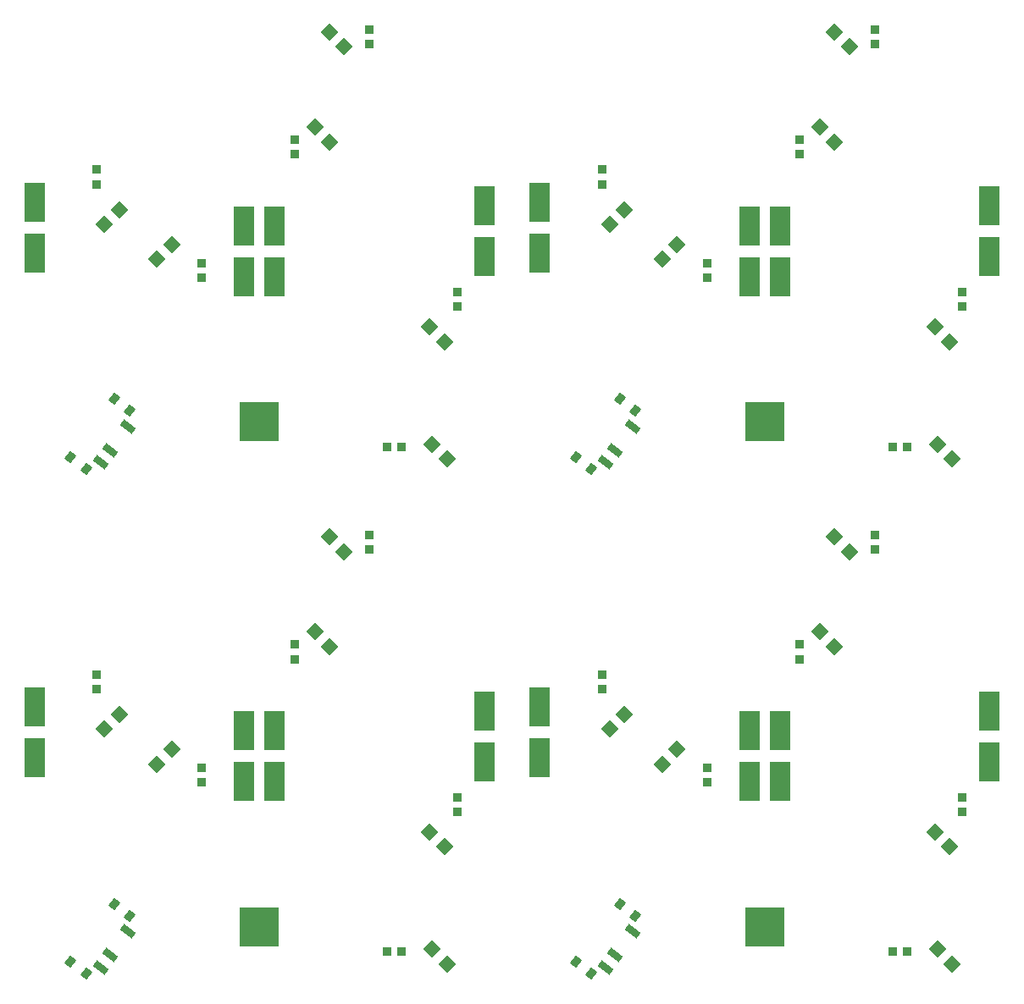
<source format=gtp>
%FSTAX23Y23*%
%MOIN*%
%SFA1B1*%

%IPPOS*%
%AMD11*
4,1,4,0.015300,-0.028700,0.031800,-0.006800,-0.015300,0.028700,-0.031800,0.006800,0.015300,-0.028700,0.0*
%
%AMD12*
4,1,4,0.000700,-0.025100,0.024300,0.006200,-0.000700,0.025100,-0.024300,-0.006200,0.000700,-0.025100,0.0*
%
%AMD15*
4,1,4,0.000000,0.033400,-0.033400,0.000000,0.000000,-0.033400,0.033400,0.000000,0.000000,0.033400,0.0*
%
%AMD16*
4,1,4,-0.033400,0.000000,0.000000,-0.033400,0.033400,0.000000,0.000000,0.033400,-0.033400,0.000000,0.0*
%
%ADD10R,0.155900X0.155900*%
G04~CAMADD=11~9~0.0~0.0~275.6~590.6~0.0~0.0~0~0.0~0.0~0.0~0.0~0~0.0~0.0~0.0~0.0~0~0.0~0.0~0.0~233.0~636.0~573.0*
%ADD11D11*%
G04~CAMADD=12~9~0.0~0.0~393.7~315.0~0.0~0.0~0~0.0~0.0~0.0~0.0~0~0.0~0.0~0.0~0.0~0~0.0~0.0~0.0~233.0~486.0~501.0*
%ADD12D12*%
%ADD13R,0.037880X0.036810*%
%ADD14R,0.078740X0.157480*%
G04~CAMADD=15~10~0.0~472.4~0.0~0.0~0.0~0.0~0~0.0~0.0~0.0~0.0~0~0.0~0.0~0.0~0.0~0~0.0~0.0~0.0~405.0~472.4~0.0*
%ADD15D15*%
G04~CAMADD=16~10~0.0~472.4~0.0~0.0~0.0~0.0~0~0.0~0.0~0.0~0.0~0~0.0~0.0~0.0~0.0~0~0.0~0.0~0.0~135.0~472.4~0.0*
%ADD16D16*%
%ADD17R,0.036810X0.037880*%
%LNpcb_panel_v3-1*%
%LPD*%
G54D10*
X01944Y01236D03*
X03933D03*
X01944Y03224D03*
X03933D03*
G54D11*
X01356Y01124D03*
X0132Y01076D03*
X01427Y01218D03*
X03344Y01124D03*
X03308Y01076D03*
X03415Y01218D03*
X01356Y03112D03*
X0132Y03065D03*
X01427Y03206D03*
X03344Y03112D03*
X03308Y03065D03*
X03415Y03206D03*
G54D12*
X01435Y0128D03*
X01262Y01051D03*
X01374Y01326D03*
X01201Y01097D03*
X03423Y0128D03*
X0325Y01051D03*
X03363Y01326D03*
X0319Y01097D03*
X01435Y03269D03*
X01262Y03039D03*
X01374Y03314D03*
X01201Y03085D03*
X03423Y03269D03*
X0325Y03039D03*
X03363Y03314D03*
X0319Y03085D03*
G54D13*
X02722Y01746D03*
Y0169D03*
X02082Y02347D03*
Y0229D03*
X01717Y01861D03*
Y01804D03*
X01305Y02172D03*
Y02228D03*
X02377Y0278D03*
Y02723D03*
X0471Y01746D03*
Y0169D03*
X0407Y02347D03*
Y0229D03*
X03706Y01861D03*
Y01804D03*
X03293Y02172D03*
Y02228D03*
X04366Y0278D03*
Y02723D03*
X02722Y03734D03*
Y03678D03*
X02082Y04335D03*
Y04278D03*
X01717Y03849D03*
Y03793D03*
X01305Y0416D03*
Y04217D03*
X02377Y04768D03*
Y04711D03*
X0471Y03734D03*
Y03678D03*
X0407Y04335D03*
Y04278D03*
X03706Y03849D03*
Y03793D03*
X03293Y0416D03*
Y04217D03*
X04366Y04768D03*
Y04711D03*
G54D14*
X02003Y01807D03*
Y02007D03*
X01885Y01807D03*
Y02007D03*
X0283Y02085D03*
Y01885D03*
X01059Y01902D03*
Y02102D03*
X03992Y01807D03*
Y02007D03*
X03874Y01807D03*
Y02007D03*
X04818Y02085D03*
Y01885D03*
X03047Y01902D03*
Y02102D03*
X02003Y03795D03*
Y03995D03*
X01885Y03795D03*
Y03995D03*
X0283Y04074D03*
Y03874D03*
X01059Y0389D03*
Y0409D03*
X03992Y03795D03*
Y03995D03*
X03874Y03795D03*
Y03995D03*
X04818Y04074D03*
Y03874D03*
X03047Y0389D03*
Y0409D03*
G54D15*
X02278Y02713D03*
X0222Y02771D03*
Y02338D03*
X02162Y02397D03*
X02682Y01088D03*
X02624Y01147D03*
X02672Y01551D03*
X02614Y0161D03*
X04267Y02713D03*
X04208Y02771D03*
Y02338D03*
X0415Y02397D03*
X0467Y01088D03*
X04612Y01147D03*
X0466Y01551D03*
X04602Y0161D03*
X02278Y04701D03*
X0222Y04759D03*
Y04326D03*
X02162Y04385D03*
X02682Y03077D03*
X02624Y03135D03*
X02672Y03539D03*
X02614Y03598D03*
X04267Y04701D03*
X04208Y04759D03*
Y04326D03*
X0415Y04385D03*
X0467Y03077D03*
X04612Y03135D03*
X0466Y03539D03*
X04602Y03598D03*
G54D16*
X016Y01934D03*
X01541Y01876D03*
X01334Y02014D03*
X01393Y02072D03*
X03588Y01934D03*
X03529Y01876D03*
X03323Y02014D03*
X03381Y02072D03*
X016Y03922D03*
X01541Y03864D03*
X01334Y04002D03*
X01393Y0406D03*
X03588Y03922D03*
X03529Y03864D03*
X03323Y04002D03*
X03381Y0406D03*
G54D17*
X02504Y01137D03*
X02448D03*
X04492D03*
X04436D03*
X02504Y03125D03*
X02448D03*
X04492D03*
X04436D03*
M02*
</source>
